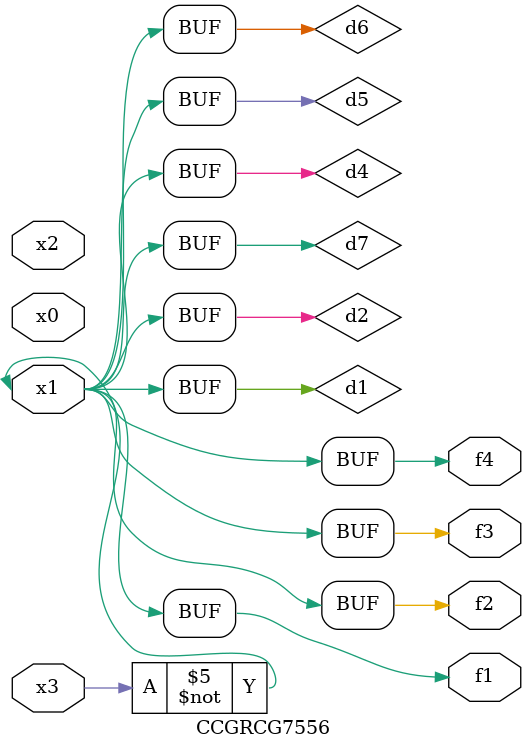
<source format=v>
module CCGRCG7556(
	input x0, x1, x2, x3,
	output f1, f2, f3, f4
);

	wire d1, d2, d3, d4, d5, d6, d7;

	not (d1, x3);
	buf (d2, x1);
	xnor (d3, d1, d2);
	nor (d4, d1);
	buf (d5, d1, d2);
	buf (d6, d4, d5);
	nand (d7, d4);
	assign f1 = d6;
	assign f2 = d7;
	assign f3 = d6;
	assign f4 = d6;
endmodule

</source>
